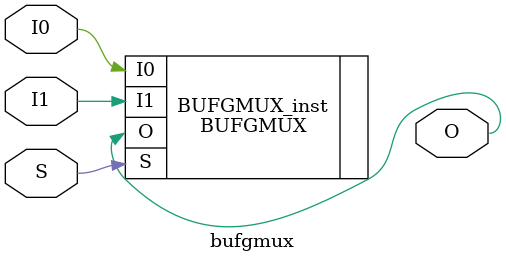
<source format=v>


`timescale 1ns / 1ps

module bufgmux (
 (* X_INTERFACE_INFO = "xilinx.com:signal:clock:1.0 I0 CLK" *)
  input   wire       I0,
 (* X_INTERFACE_INFO = "xilinx.com:signal:clock:1.0 I1 CLK" *)
  input   wire       I1,
  input   wire       S,
  (* X_INTERFACE_INFO = "xilinx.com:signal:clock:1.0 O CLK" *)
  output  wire       O
 );
 
   BUFGMUX #(
      .CLK_SEL_TYPE("ASYNC")  // ASYNC, SYNC
   )
   BUFGMUX_inst (
      .O(O),  
      .I0(I0),
      .I1(I1),
      .S(S)   
   );
 
endmodule
</source>
